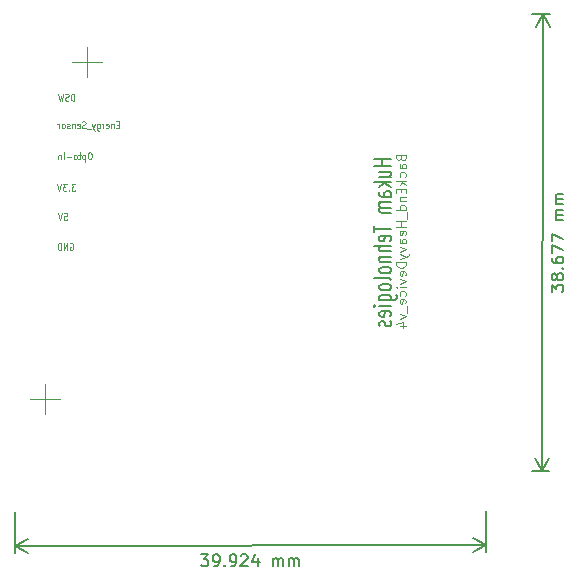
<source format=gbr>
G04 #@! TF.GenerationSoftware,KiCad,Pcbnew,5.1.7-a382d34a8~88~ubuntu18.04.1*
G04 #@! TF.CreationDate,2021-08-20T00:55:45+05:30*
G04 #@! TF.ProjectId,BackEnd_HeavyDevice_v4,4261636b-456e-4645-9f48-656176794465,rev?*
G04 #@! TF.SameCoordinates,Original*
G04 #@! TF.FileFunction,OtherDrawing,Comment*
%FSLAX46Y46*%
G04 Gerber Fmt 4.6, Leading zero omitted, Abs format (unit mm)*
G04 Created by KiCad (PCBNEW 5.1.7-a382d34a8~88~ubuntu18.04.1) date 2021-08-20 00:55:45*
%MOMM*%
%LPD*%
G01*
G04 APERTURE LIST*
%ADD10C,0.150000*%
%ADD11C,0.100000*%
%ADD12C,0.050000*%
G04 APERTURE END LIST*
D10*
X126807715Y-142814355D02*
X127426762Y-142813449D01*
X127093987Y-143194889D01*
X127236844Y-143194680D01*
X127332152Y-143242159D01*
X127379840Y-143289709D01*
X127427599Y-143384877D01*
X127427947Y-143622972D01*
X127380467Y-143718280D01*
X127332918Y-143765968D01*
X127237750Y-143813727D01*
X126952036Y-143814145D01*
X126856728Y-143766665D01*
X126809039Y-143719116D01*
X127904416Y-143812751D02*
X128094892Y-143812472D01*
X128190060Y-143764714D01*
X128237609Y-143717025D01*
X128332638Y-143574029D01*
X128379979Y-143383483D01*
X128379421Y-143002531D01*
X128331663Y-142907363D01*
X128283974Y-142859814D01*
X128188666Y-142812334D01*
X127998190Y-142812613D01*
X127903022Y-142860371D01*
X127855473Y-142908060D01*
X127807993Y-143003368D01*
X127808342Y-143241463D01*
X127856100Y-143336631D01*
X127903789Y-143384180D01*
X127999096Y-143431660D01*
X128189572Y-143431381D01*
X128284741Y-143383623D01*
X128332290Y-143335934D01*
X128379769Y-143240626D01*
X128809037Y-143716189D02*
X128856726Y-143763739D01*
X128809177Y-143811427D01*
X128761488Y-143763878D01*
X128809037Y-143716189D01*
X128809177Y-143811427D01*
X129332986Y-143810661D02*
X129523462Y-143810382D01*
X129618630Y-143762624D01*
X129666179Y-143714935D01*
X129761208Y-143571939D01*
X129808548Y-143381393D01*
X129807991Y-143000441D01*
X129760233Y-142905273D01*
X129712544Y-142857723D01*
X129617236Y-142810244D01*
X129426760Y-142810522D01*
X129331592Y-142858281D01*
X129284043Y-142905970D01*
X129236563Y-143001277D01*
X129236911Y-143239372D01*
X129284670Y-143334540D01*
X129332358Y-143382090D01*
X129427666Y-143429569D01*
X129618142Y-143429291D01*
X129713310Y-143381532D01*
X129760860Y-143333844D01*
X129808339Y-143238536D01*
X130188804Y-142904646D02*
X130236353Y-142856957D01*
X130331521Y-142809199D01*
X130569616Y-142808850D01*
X130664924Y-142856330D01*
X130712613Y-142903879D01*
X130760371Y-142999047D01*
X130760510Y-143094285D01*
X130713100Y-143237212D01*
X130142509Y-143809476D01*
X130761555Y-143808570D01*
X131617722Y-143140650D02*
X131618697Y-143807316D01*
X131379069Y-142760047D02*
X131142020Y-143474680D01*
X131761067Y-143473774D01*
X132904410Y-143805435D02*
X132903435Y-143138769D01*
X132903574Y-143234007D02*
X132951123Y-143186318D01*
X133046292Y-143138560D01*
X133189149Y-143138351D01*
X133284456Y-143185830D01*
X133332215Y-143280999D01*
X133332981Y-143804808D01*
X133332215Y-143280999D02*
X133379694Y-143185691D01*
X133474863Y-143137933D01*
X133617720Y-143137724D01*
X133713027Y-143185203D01*
X133760786Y-143280372D01*
X133761552Y-143804181D01*
X134237742Y-143803484D02*
X134236767Y-143136818D01*
X134236906Y-143232056D02*
X134284455Y-143184367D01*
X134379624Y-143136609D01*
X134522481Y-143136400D01*
X134617788Y-143183879D01*
X134665547Y-143279048D01*
X134666313Y-143802857D01*
X134665547Y-143279048D02*
X134713026Y-143183740D01*
X134808195Y-143135982D01*
X134951052Y-143135773D01*
X135046359Y-143183252D01*
X135094118Y-143278420D01*
X135094884Y-143802229D01*
X150958947Y-142026633D02*
X111035227Y-142085053D01*
X150954740Y-139151360D02*
X150959805Y-142613053D01*
X111031020Y-139209780D02*
X111036085Y-142671473D01*
X111035227Y-142085053D02*
X112160871Y-141496984D01*
X111035227Y-142085053D02*
X112162588Y-142669825D01*
X150958947Y-142026633D02*
X149831586Y-141441861D01*
X150958947Y-142026633D02*
X149833303Y-142614702D01*
X156485903Y-120594951D02*
X156486879Y-119975905D01*
X156867306Y-120309838D01*
X156867531Y-120166981D01*
X156915300Y-120071818D01*
X156962994Y-120024274D01*
X157058307Y-119976805D01*
X157296402Y-119977180D01*
X157391565Y-120024950D01*
X157439109Y-120072644D01*
X157486578Y-120167957D01*
X157486127Y-120453671D01*
X157438358Y-120548833D01*
X157390664Y-120596377D01*
X156916351Y-119405152D02*
X156868581Y-119500315D01*
X156820887Y-119547859D01*
X156725574Y-119595328D01*
X156677955Y-119595253D01*
X156582793Y-119547484D01*
X156535249Y-119499790D01*
X156487780Y-119404477D01*
X156488080Y-119214001D01*
X156535849Y-119118838D01*
X156583543Y-119071294D01*
X156678856Y-119023825D01*
X156726475Y-119023900D01*
X156821638Y-119071669D01*
X156869182Y-119119363D01*
X156916651Y-119214676D01*
X156916351Y-119405152D01*
X156963819Y-119500465D01*
X157011363Y-119548159D01*
X157106526Y-119595928D01*
X157297002Y-119596229D01*
X157392315Y-119548760D01*
X157440009Y-119501216D01*
X157487778Y-119406053D01*
X157488079Y-119215577D01*
X157440610Y-119120264D01*
X157393066Y-119072570D01*
X157297903Y-119024801D01*
X157107427Y-119024500D01*
X157012114Y-119071969D01*
X156964420Y-119119513D01*
X156916651Y-119214676D01*
X157393816Y-118596380D02*
X157441510Y-118548836D01*
X157489054Y-118596530D01*
X157441360Y-118644074D01*
X157393816Y-118596380D01*
X157489054Y-118596530D01*
X156490482Y-117690193D02*
X156490181Y-117880669D01*
X156537650Y-117975982D01*
X156585194Y-118023676D01*
X156727901Y-118119139D01*
X156918302Y-118167058D01*
X157299254Y-118167659D01*
X157394567Y-118120190D01*
X157442261Y-118072646D01*
X157490030Y-117977483D01*
X157490330Y-117787007D01*
X157442861Y-117691694D01*
X157395317Y-117644000D01*
X157300155Y-117596231D01*
X157062060Y-117595856D01*
X156966747Y-117643325D01*
X156919053Y-117690869D01*
X156871283Y-117786031D01*
X156870983Y-117976507D01*
X156918452Y-118071820D01*
X156965996Y-118119515D01*
X157061159Y-118167284D01*
X156491157Y-117261622D02*
X156492208Y-116594956D01*
X157491531Y-117025103D01*
X156492658Y-116309242D02*
X156493709Y-115642577D01*
X157493032Y-116072724D01*
X157495509Y-114501297D02*
X156828843Y-114500246D01*
X156924081Y-114500396D02*
X156876537Y-114452702D01*
X156829068Y-114357389D01*
X156829294Y-114214532D01*
X156877063Y-114119369D01*
X156972376Y-114071900D01*
X157496185Y-114072726D01*
X156972376Y-114071900D02*
X156877213Y-114024131D01*
X156829744Y-113928818D01*
X156829969Y-113785961D01*
X156877738Y-113690798D01*
X156973051Y-113643330D01*
X157496860Y-113644155D01*
X157497611Y-113167965D02*
X156830945Y-113166915D01*
X156926183Y-113167065D02*
X156878639Y-113119371D01*
X156831170Y-113024058D01*
X156831395Y-112881201D01*
X156879164Y-112786038D01*
X156974477Y-112738569D01*
X157498286Y-112739394D01*
X156974477Y-112738569D02*
X156879314Y-112690800D01*
X156831845Y-112595487D01*
X156832071Y-112452630D01*
X156879840Y-112357467D01*
X156975153Y-112309998D01*
X157498962Y-112310824D01*
X155709649Y-135741585D02*
X155770609Y-97065005D01*
X154792680Y-135740140D02*
X156296069Y-135742510D01*
X154853640Y-97063560D02*
X156357029Y-97065930D01*
X155770609Y-97065005D02*
X156355253Y-98192432D01*
X155770609Y-97065005D02*
X155182413Y-98190583D01*
X155709649Y-135741585D02*
X156297845Y-134616007D01*
X155709649Y-135741585D02*
X155125005Y-134614158D01*
D11*
X119866088Y-106428862D02*
X119699421Y-106428862D01*
X119627993Y-106743148D02*
X119866088Y-106743148D01*
X119866088Y-106143148D01*
X119627993Y-106143148D01*
X119413707Y-106343148D02*
X119413707Y-106743148D01*
X119413707Y-106400291D02*
X119389898Y-106371720D01*
X119342279Y-106343148D01*
X119270850Y-106343148D01*
X119223231Y-106371720D01*
X119199421Y-106428862D01*
X119199421Y-106743148D01*
X118770850Y-106714577D02*
X118818469Y-106743148D01*
X118913707Y-106743148D01*
X118961326Y-106714577D01*
X118985136Y-106657434D01*
X118985136Y-106428862D01*
X118961326Y-106371720D01*
X118913707Y-106343148D01*
X118818469Y-106343148D01*
X118770850Y-106371720D01*
X118747040Y-106428862D01*
X118747040Y-106486005D01*
X118985136Y-106543148D01*
X118532755Y-106743148D02*
X118532755Y-106343148D01*
X118532755Y-106457434D02*
X118508945Y-106400291D01*
X118485136Y-106371720D01*
X118437517Y-106343148D01*
X118389898Y-106343148D01*
X118008945Y-106343148D02*
X118008945Y-106828862D01*
X118032755Y-106886005D01*
X118056564Y-106914577D01*
X118104183Y-106943148D01*
X118175612Y-106943148D01*
X118223231Y-106914577D01*
X118008945Y-106714577D02*
X118056564Y-106743148D01*
X118151802Y-106743148D01*
X118199421Y-106714577D01*
X118223231Y-106686005D01*
X118247040Y-106628862D01*
X118247040Y-106457434D01*
X118223231Y-106400291D01*
X118199421Y-106371720D01*
X118151802Y-106343148D01*
X118056564Y-106343148D01*
X118008945Y-106371720D01*
X117818469Y-106343148D02*
X117699421Y-106743148D01*
X117580374Y-106343148D02*
X117699421Y-106743148D01*
X117747040Y-106886005D01*
X117770850Y-106914577D01*
X117818469Y-106943148D01*
X117508945Y-106800291D02*
X117127993Y-106800291D01*
X117032755Y-106714577D02*
X116961326Y-106743148D01*
X116842279Y-106743148D01*
X116794660Y-106714577D01*
X116770850Y-106686005D01*
X116747040Y-106628862D01*
X116747040Y-106571720D01*
X116770850Y-106514577D01*
X116794660Y-106486005D01*
X116842279Y-106457434D01*
X116937517Y-106428862D01*
X116985136Y-106400291D01*
X117008945Y-106371720D01*
X117032755Y-106314577D01*
X117032755Y-106257434D01*
X117008945Y-106200291D01*
X116985136Y-106171720D01*
X116937517Y-106143148D01*
X116818469Y-106143148D01*
X116747040Y-106171720D01*
X116342279Y-106714577D02*
X116389898Y-106743148D01*
X116485136Y-106743148D01*
X116532755Y-106714577D01*
X116556564Y-106657434D01*
X116556564Y-106428862D01*
X116532755Y-106371720D01*
X116485136Y-106343148D01*
X116389898Y-106343148D01*
X116342279Y-106371720D01*
X116318469Y-106428862D01*
X116318469Y-106486005D01*
X116556564Y-106543148D01*
X116104183Y-106343148D02*
X116104183Y-106743148D01*
X116104183Y-106400291D02*
X116080374Y-106371720D01*
X116032755Y-106343148D01*
X115961326Y-106343148D01*
X115913707Y-106371720D01*
X115889898Y-106428862D01*
X115889898Y-106743148D01*
X115675612Y-106714577D02*
X115627993Y-106743148D01*
X115532755Y-106743148D01*
X115485136Y-106714577D01*
X115461326Y-106657434D01*
X115461326Y-106628862D01*
X115485136Y-106571720D01*
X115532755Y-106543148D01*
X115604183Y-106543148D01*
X115651802Y-106514577D01*
X115675612Y-106457434D01*
X115675612Y-106428862D01*
X115651802Y-106371720D01*
X115604183Y-106343148D01*
X115532755Y-106343148D01*
X115485136Y-106371720D01*
X115175612Y-106743148D02*
X115223231Y-106714577D01*
X115247040Y-106686005D01*
X115270850Y-106628862D01*
X115270850Y-106457434D01*
X115247040Y-106400291D01*
X115223231Y-106371720D01*
X115175612Y-106343148D01*
X115104183Y-106343148D01*
X115056564Y-106371720D01*
X115032755Y-106400291D01*
X115008945Y-106457434D01*
X115008945Y-106628862D01*
X115032755Y-106686005D01*
X115056564Y-106714577D01*
X115104183Y-106743148D01*
X115175612Y-106743148D01*
X114794660Y-106743148D02*
X114794660Y-106343148D01*
X114794660Y-106457434D02*
X114770850Y-106400291D01*
X114747040Y-106371720D01*
X114699421Y-106343148D01*
X114651802Y-106343148D01*
X117428959Y-108766968D02*
X117333720Y-108766968D01*
X117286101Y-108795540D01*
X117238482Y-108852682D01*
X117214673Y-108966968D01*
X117214673Y-109166968D01*
X117238482Y-109281254D01*
X117286101Y-109338397D01*
X117333720Y-109366968D01*
X117428959Y-109366968D01*
X117476578Y-109338397D01*
X117524197Y-109281254D01*
X117548006Y-109166968D01*
X117548006Y-108966968D01*
X117524197Y-108852682D01*
X117476578Y-108795540D01*
X117428959Y-108766968D01*
X117000387Y-108966968D02*
X117000387Y-109566968D01*
X117000387Y-108995540D02*
X116952768Y-108966968D01*
X116857530Y-108966968D01*
X116809911Y-108995540D01*
X116786101Y-109024111D01*
X116762292Y-109081254D01*
X116762292Y-109252682D01*
X116786101Y-109309825D01*
X116809911Y-109338397D01*
X116857530Y-109366968D01*
X116952768Y-109366968D01*
X117000387Y-109338397D01*
X116619435Y-108966968D02*
X116428959Y-108966968D01*
X116548006Y-108766968D02*
X116548006Y-109281254D01*
X116524197Y-109338397D01*
X116476578Y-109366968D01*
X116428959Y-109366968D01*
X116190863Y-109366968D02*
X116238482Y-109338397D01*
X116262292Y-109309825D01*
X116286101Y-109252682D01*
X116286101Y-109081254D01*
X116262292Y-109024111D01*
X116238482Y-108995540D01*
X116190863Y-108966968D01*
X116119435Y-108966968D01*
X116071816Y-108995540D01*
X116048006Y-109024111D01*
X116024197Y-109081254D01*
X116024197Y-109252682D01*
X116048006Y-109309825D01*
X116071816Y-109338397D01*
X116119435Y-109366968D01*
X116190863Y-109366968D01*
X115809911Y-109138397D02*
X115428959Y-109138397D01*
X115190863Y-109366968D02*
X115190863Y-108766968D01*
X114952768Y-108966968D02*
X114952768Y-109366968D01*
X114952768Y-109024111D02*
X114928959Y-108995540D01*
X114881340Y-108966968D01*
X114809911Y-108966968D01*
X114762292Y-108995540D01*
X114738482Y-109052682D01*
X114738482Y-109366968D01*
X116155695Y-111456828D02*
X115846171Y-111456828D01*
X116012838Y-111685400D01*
X115941409Y-111685400D01*
X115893790Y-111713971D01*
X115869980Y-111742542D01*
X115846171Y-111799685D01*
X115846171Y-111942542D01*
X115869980Y-111999685D01*
X115893790Y-112028257D01*
X115941409Y-112056828D01*
X116084266Y-112056828D01*
X116131885Y-112028257D01*
X116155695Y-111999685D01*
X115631885Y-111999685D02*
X115608076Y-112028257D01*
X115631885Y-112056828D01*
X115655695Y-112028257D01*
X115631885Y-111999685D01*
X115631885Y-112056828D01*
X115441409Y-111456828D02*
X115131885Y-111456828D01*
X115298552Y-111685400D01*
X115227123Y-111685400D01*
X115179504Y-111713971D01*
X115155695Y-111742542D01*
X115131885Y-111799685D01*
X115131885Y-111942542D01*
X115155695Y-111999685D01*
X115179504Y-112028257D01*
X115227123Y-112056828D01*
X115369980Y-112056828D01*
X115417600Y-112028257D01*
X115441409Y-111999685D01*
X114989028Y-111456828D02*
X114822361Y-112056828D01*
X114655695Y-111456828D01*
X115197878Y-113895228D02*
X115435973Y-113895228D01*
X115459782Y-114180942D01*
X115435973Y-114152371D01*
X115388354Y-114123800D01*
X115269306Y-114123800D01*
X115221687Y-114152371D01*
X115197878Y-114180942D01*
X115174068Y-114238085D01*
X115174068Y-114380942D01*
X115197878Y-114438085D01*
X115221687Y-114466657D01*
X115269306Y-114495228D01*
X115388354Y-114495228D01*
X115435973Y-114466657D01*
X115459782Y-114438085D01*
X115031211Y-113895228D02*
X114864544Y-114495228D01*
X114697878Y-113895228D01*
X115707112Y-116468880D02*
X115754731Y-116440308D01*
X115826160Y-116440308D01*
X115897588Y-116468880D01*
X115945207Y-116526022D01*
X115969017Y-116583165D01*
X115992826Y-116697451D01*
X115992826Y-116783165D01*
X115969017Y-116897451D01*
X115945207Y-116954594D01*
X115897588Y-117011737D01*
X115826160Y-117040308D01*
X115778540Y-117040308D01*
X115707112Y-117011737D01*
X115683302Y-116983165D01*
X115683302Y-116783165D01*
X115778540Y-116783165D01*
X115469017Y-117040308D02*
X115469017Y-116440308D01*
X115183302Y-117040308D01*
X115183302Y-116440308D01*
X114945207Y-117040308D02*
X114945207Y-116440308D01*
X114826160Y-116440308D01*
X114754731Y-116468880D01*
X114707112Y-116526022D01*
X114683302Y-116583165D01*
X114659493Y-116697451D01*
X114659493Y-116783165D01*
X114683302Y-116897451D01*
X114707112Y-116954594D01*
X114754731Y-117011737D01*
X114826160Y-117040308D01*
X114945207Y-117040308D01*
X116072361Y-104403808D02*
X116072361Y-103803808D01*
X115953314Y-103803808D01*
X115881885Y-103832380D01*
X115834266Y-103889522D01*
X115810457Y-103946665D01*
X115786647Y-104060951D01*
X115786647Y-104146665D01*
X115810457Y-104260951D01*
X115834266Y-104318094D01*
X115881885Y-104375237D01*
X115953314Y-104403808D01*
X116072361Y-104403808D01*
X115596171Y-104375237D02*
X115524742Y-104403808D01*
X115405695Y-104403808D01*
X115358076Y-104375237D01*
X115334266Y-104346665D01*
X115310457Y-104289522D01*
X115310457Y-104232380D01*
X115334266Y-104175237D01*
X115358076Y-104146665D01*
X115405695Y-104118094D01*
X115500933Y-104089522D01*
X115548552Y-104060951D01*
X115572361Y-104032380D01*
X115596171Y-103975237D01*
X115596171Y-103918094D01*
X115572361Y-103860951D01*
X115548552Y-103832380D01*
X115500933Y-103803808D01*
X115381885Y-103803808D01*
X115310457Y-103832380D01*
X115143790Y-103803808D02*
X115024742Y-104403808D01*
X114929504Y-103975237D01*
X114834266Y-104403808D01*
X114715219Y-103803808D01*
X143729717Y-109248816D02*
X143767812Y-109363101D01*
X143805907Y-109401197D01*
X143882098Y-109439292D01*
X143996383Y-109439292D01*
X144072574Y-109401197D01*
X144110669Y-109363101D01*
X144148764Y-109286911D01*
X144148764Y-108982149D01*
X143348764Y-108982149D01*
X143348764Y-109248816D01*
X143386860Y-109325006D01*
X143424955Y-109363101D01*
X143501145Y-109401197D01*
X143577336Y-109401197D01*
X143653526Y-109363101D01*
X143691621Y-109325006D01*
X143729717Y-109248816D01*
X143729717Y-108982149D01*
X144148764Y-110125006D02*
X143729717Y-110125006D01*
X143653526Y-110086911D01*
X143615431Y-110010720D01*
X143615431Y-109858340D01*
X143653526Y-109782149D01*
X144110669Y-110125006D02*
X144148764Y-110048816D01*
X144148764Y-109858340D01*
X144110669Y-109782149D01*
X144034479Y-109744054D01*
X143958288Y-109744054D01*
X143882098Y-109782149D01*
X143844002Y-109858340D01*
X143844002Y-110048816D01*
X143805907Y-110125006D01*
X144110669Y-110848816D02*
X144148764Y-110772625D01*
X144148764Y-110620244D01*
X144110669Y-110544054D01*
X144072574Y-110505959D01*
X143996383Y-110467863D01*
X143767812Y-110467863D01*
X143691621Y-110505959D01*
X143653526Y-110544054D01*
X143615431Y-110620244D01*
X143615431Y-110772625D01*
X143653526Y-110848816D01*
X144148764Y-111191673D02*
X143348764Y-111191673D01*
X143844002Y-111267863D02*
X144148764Y-111496435D01*
X143615431Y-111496435D02*
X143920193Y-111191673D01*
X143729717Y-111839292D02*
X143729717Y-112105959D01*
X144148764Y-112220244D02*
X144148764Y-111839292D01*
X143348764Y-111839292D01*
X143348764Y-112220244D01*
X143615431Y-112563101D02*
X144148764Y-112563101D01*
X143691621Y-112563101D02*
X143653526Y-112601197D01*
X143615431Y-112677387D01*
X143615431Y-112791673D01*
X143653526Y-112867863D01*
X143729717Y-112905959D01*
X144148764Y-112905959D01*
X144148764Y-113629768D02*
X143348764Y-113629768D01*
X144110669Y-113629768D02*
X144148764Y-113553578D01*
X144148764Y-113401197D01*
X144110669Y-113325006D01*
X144072574Y-113286911D01*
X143996383Y-113248816D01*
X143767812Y-113248816D01*
X143691621Y-113286911D01*
X143653526Y-113325006D01*
X143615431Y-113401197D01*
X143615431Y-113553578D01*
X143653526Y-113629768D01*
X144224955Y-113820244D02*
X144224955Y-114429768D01*
X144148764Y-114620244D02*
X143348764Y-114620244D01*
X143729717Y-114620244D02*
X143729717Y-115077387D01*
X144148764Y-115077387D02*
X143348764Y-115077387D01*
X144110669Y-115763101D02*
X144148764Y-115686911D01*
X144148764Y-115534530D01*
X144110669Y-115458340D01*
X144034479Y-115420244D01*
X143729717Y-115420244D01*
X143653526Y-115458340D01*
X143615431Y-115534530D01*
X143615431Y-115686911D01*
X143653526Y-115763101D01*
X143729717Y-115801197D01*
X143805907Y-115801197D01*
X143882098Y-115420244D01*
X144148764Y-116486911D02*
X143729717Y-116486911D01*
X143653526Y-116448816D01*
X143615431Y-116372625D01*
X143615431Y-116220244D01*
X143653526Y-116144054D01*
X144110669Y-116486911D02*
X144148764Y-116410720D01*
X144148764Y-116220244D01*
X144110669Y-116144054D01*
X144034479Y-116105959D01*
X143958288Y-116105959D01*
X143882098Y-116144054D01*
X143844002Y-116220244D01*
X143844002Y-116410720D01*
X143805907Y-116486911D01*
X143615431Y-116791673D02*
X144148764Y-116982149D01*
X143615431Y-117172625D01*
X143615431Y-117401197D02*
X144148764Y-117591673D01*
X143615431Y-117782149D02*
X144148764Y-117591673D01*
X144339240Y-117515482D01*
X144377336Y-117477387D01*
X144415431Y-117401197D01*
X144148764Y-118086911D02*
X143348764Y-118086911D01*
X143348764Y-118277387D01*
X143386860Y-118391673D01*
X143463050Y-118467863D01*
X143539240Y-118505959D01*
X143691621Y-118544054D01*
X143805907Y-118544054D01*
X143958288Y-118505959D01*
X144034479Y-118467863D01*
X144110669Y-118391673D01*
X144148764Y-118277387D01*
X144148764Y-118086911D01*
X144110669Y-119191673D02*
X144148764Y-119115482D01*
X144148764Y-118963101D01*
X144110669Y-118886911D01*
X144034479Y-118848816D01*
X143729717Y-118848816D01*
X143653526Y-118886911D01*
X143615431Y-118963101D01*
X143615431Y-119115482D01*
X143653526Y-119191673D01*
X143729717Y-119229768D01*
X143805907Y-119229768D01*
X143882098Y-118848816D01*
X143615431Y-119496435D02*
X144148764Y-119686911D01*
X143615431Y-119877387D01*
X144148764Y-120182149D02*
X143615431Y-120182149D01*
X143348764Y-120182149D02*
X143386860Y-120144054D01*
X143424955Y-120182149D01*
X143386860Y-120220244D01*
X143348764Y-120182149D01*
X143424955Y-120182149D01*
X144110669Y-120905959D02*
X144148764Y-120829768D01*
X144148764Y-120677387D01*
X144110669Y-120601197D01*
X144072574Y-120563101D01*
X143996383Y-120525006D01*
X143767812Y-120525006D01*
X143691621Y-120563101D01*
X143653526Y-120601197D01*
X143615431Y-120677387D01*
X143615431Y-120829768D01*
X143653526Y-120905959D01*
X144110669Y-121553578D02*
X144148764Y-121477387D01*
X144148764Y-121325006D01*
X144110669Y-121248816D01*
X144034479Y-121210720D01*
X143729717Y-121210720D01*
X143653526Y-121248816D01*
X143615431Y-121325006D01*
X143615431Y-121477387D01*
X143653526Y-121553578D01*
X143729717Y-121591673D01*
X143805907Y-121591673D01*
X143882098Y-121210720D01*
X144224955Y-121744054D02*
X144224955Y-122353578D01*
X143615431Y-122467863D02*
X144148764Y-122658340D01*
X143615431Y-122848816D01*
X143615431Y-123496435D02*
X144148764Y-123496435D01*
X143310669Y-123305959D02*
X143882098Y-123115482D01*
X143882098Y-123610720D01*
D10*
X142913491Y-109345340D02*
X141413491Y-109345340D01*
X142127777Y-109345340D02*
X142127777Y-109916769D01*
X142913491Y-109916769D02*
X141413491Y-109916769D01*
X141913491Y-110821531D02*
X142913491Y-110821531D01*
X141913491Y-110392960D02*
X142699205Y-110392960D01*
X142842062Y-110440579D01*
X142913491Y-110535817D01*
X142913491Y-110678674D01*
X142842062Y-110773912D01*
X142770634Y-110821531D01*
X142913491Y-111297721D02*
X141413491Y-111297721D01*
X142342062Y-111392960D02*
X142913491Y-111678674D01*
X141913491Y-111678674D02*
X142484920Y-111297721D01*
X142913491Y-112535817D02*
X142127777Y-112535817D01*
X141984920Y-112488198D01*
X141913491Y-112392960D01*
X141913491Y-112202483D01*
X141984920Y-112107245D01*
X142842062Y-112535817D02*
X142913491Y-112440579D01*
X142913491Y-112202483D01*
X142842062Y-112107245D01*
X142699205Y-112059626D01*
X142556348Y-112059626D01*
X142413491Y-112107245D01*
X142342062Y-112202483D01*
X142342062Y-112440579D01*
X142270634Y-112535817D01*
X142913491Y-113012007D02*
X141913491Y-113012007D01*
X142056348Y-113012007D02*
X141984920Y-113059626D01*
X141913491Y-113154864D01*
X141913491Y-113297721D01*
X141984920Y-113392960D01*
X142127777Y-113440579D01*
X142913491Y-113440579D01*
X142127777Y-113440579D02*
X141984920Y-113488198D01*
X141913491Y-113583436D01*
X141913491Y-113726293D01*
X141984920Y-113821531D01*
X142127777Y-113869150D01*
X142913491Y-113869150D01*
X141413491Y-114964388D02*
X141413491Y-115535817D01*
X142913491Y-115250102D02*
X141413491Y-115250102D01*
X142842062Y-116250102D02*
X142913491Y-116154864D01*
X142913491Y-115964388D01*
X142842062Y-115869150D01*
X142699205Y-115821531D01*
X142127777Y-115821531D01*
X141984920Y-115869150D01*
X141913491Y-115964388D01*
X141913491Y-116154864D01*
X141984920Y-116250102D01*
X142127777Y-116297721D01*
X142270634Y-116297721D01*
X142413491Y-115821531D01*
X142913491Y-116726293D02*
X141413491Y-116726293D01*
X142913491Y-117154864D02*
X142127777Y-117154864D01*
X141984920Y-117107245D01*
X141913491Y-117012007D01*
X141913491Y-116869150D01*
X141984920Y-116773912D01*
X142056348Y-116726293D01*
X141913491Y-117631055D02*
X142913491Y-117631055D01*
X142056348Y-117631055D02*
X141984920Y-117678674D01*
X141913491Y-117773912D01*
X141913491Y-117916769D01*
X141984920Y-118012007D01*
X142127777Y-118059626D01*
X142913491Y-118059626D01*
X142913491Y-118678674D02*
X142842062Y-118583436D01*
X142770634Y-118535817D01*
X142627777Y-118488198D01*
X142199205Y-118488198D01*
X142056348Y-118535817D01*
X141984920Y-118583436D01*
X141913491Y-118678674D01*
X141913491Y-118821531D01*
X141984920Y-118916769D01*
X142056348Y-118964388D01*
X142199205Y-119012007D01*
X142627777Y-119012007D01*
X142770634Y-118964388D01*
X142842062Y-118916769D01*
X142913491Y-118821531D01*
X142913491Y-118678674D01*
X142913491Y-119583436D02*
X142842062Y-119488198D01*
X142699205Y-119440579D01*
X141413491Y-119440579D01*
X142913491Y-120107245D02*
X142842062Y-120012007D01*
X142770634Y-119964388D01*
X142627777Y-119916769D01*
X142199205Y-119916769D01*
X142056348Y-119964388D01*
X141984920Y-120012007D01*
X141913491Y-120107245D01*
X141913491Y-120250102D01*
X141984920Y-120345340D01*
X142056348Y-120392960D01*
X142199205Y-120440579D01*
X142627777Y-120440579D01*
X142770634Y-120392960D01*
X142842062Y-120345340D01*
X142913491Y-120250102D01*
X142913491Y-120107245D01*
X141913491Y-121297721D02*
X143127777Y-121297721D01*
X143270634Y-121250102D01*
X143342062Y-121202483D01*
X143413491Y-121107245D01*
X143413491Y-120964388D01*
X143342062Y-120869150D01*
X142842062Y-121297721D02*
X142913491Y-121202483D01*
X142913491Y-121012007D01*
X142842062Y-120916769D01*
X142770634Y-120869150D01*
X142627777Y-120821531D01*
X142199205Y-120821531D01*
X142056348Y-120869150D01*
X141984920Y-120916769D01*
X141913491Y-121012007D01*
X141913491Y-121202483D01*
X141984920Y-121297721D01*
X142913491Y-121773912D02*
X141913491Y-121773912D01*
X141413491Y-121773912D02*
X141484920Y-121726293D01*
X141556348Y-121773912D01*
X141484920Y-121821531D01*
X141413491Y-121773912D01*
X141556348Y-121773912D01*
X142842062Y-122631055D02*
X142913491Y-122535817D01*
X142913491Y-122345340D01*
X142842062Y-122250102D01*
X142699205Y-122202483D01*
X142127777Y-122202483D01*
X141984920Y-122250102D01*
X141913491Y-122345340D01*
X141913491Y-122535817D01*
X141984920Y-122631055D01*
X142127777Y-122678674D01*
X142270634Y-122678674D01*
X142413491Y-122202483D01*
X142842062Y-123059626D02*
X142913491Y-123154864D01*
X142913491Y-123345340D01*
X142842062Y-123440579D01*
X142699205Y-123488198D01*
X142627777Y-123488198D01*
X142484920Y-123440579D01*
X142413491Y-123345340D01*
X142413491Y-123202483D01*
X142342062Y-123107245D01*
X142199205Y-123059626D01*
X142127777Y-123059626D01*
X141984920Y-123107245D01*
X141913491Y-123202483D01*
X141913491Y-123345340D01*
X141984920Y-123440579D01*
D12*
X115867000Y-101089000D02*
X118407000Y-101089000D01*
X117137000Y-102359000D02*
X117137000Y-99819000D01*
X113624000Y-130904000D02*
X113624000Y-128364000D01*
X112354000Y-129634000D02*
X114894000Y-129634000D01*
M02*

</source>
